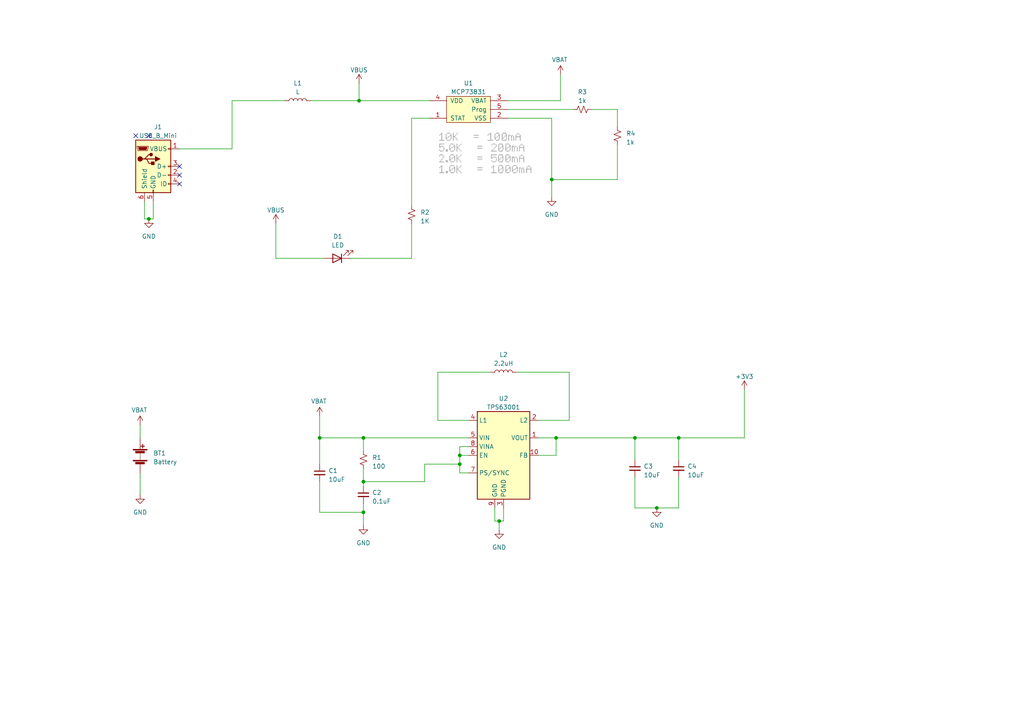
<source format=kicad_sch>
(kicad_sch (version 20210406) (generator eeschema)
  (paper "A4")
  (title_block (title "quadkey") (date "2021-05-17") (rev "V0") (company "eurocircuits ") (comment 1 "bopla behuizing 34111511"))
  (lib_symbols
    (symbol "Connector:USB_B_Mini" (pin_names (offset 1.016))
      (property "Reference" "J" (at -5.08 11.43 0))
      (property "Value" "USB_B_Mini" (at -5.08 8.89 0))
      (symbol "USB_B_Mini_0_1"
        (circle (center -3.81 2.159) (radius 0.635) (stroke (width 0.254)) (fill (type outline)))
        (circle (center -0.635 3.429) (radius 0.381) (stroke (width 0.254)) (fill (type outline)))
        (rectangle (start -0.127 -7.62) (end 0.127 -6.858))
        (rectangle (start 5.08 -5.207) (end 4.318 -4.953))
        (rectangle (start 5.08 -2.667) (end 4.318 -2.413))
        (rectangle (start 5.08 -0.127) (end 4.318 0.127))
        (rectangle (start 5.08 4.953) (end 4.318 5.207))
        (rectangle (start 0.254 1.27) (end -0.508 0.508) (stroke (width 0.254)) (fill (type outline)))
        (rectangle (start -5.08 -7.62) (end 5.08 7.62) (stroke (width 0.254)) (fill (type background)))
        (polyline (pts (xy -1.905 2.159) (xy 0.635 2.159)) (stroke (width 0.254)))
        (polyline (pts (xy -3.175 2.159) (xy -2.54 2.159) (xy -1.27 3.429) (xy -0.635 3.429)) (stroke (width 0.254)))
        (polyline (pts (xy -2.54 2.159) (xy -1.905 2.159) (xy -1.27 0.889) (xy 0 0.889)) (stroke (width 0.254)))
        (polyline (pts (xy -4.699 5.842) (xy -4.699 5.588) (xy -4.445 4.826) (xy -4.445 4.572) (xy -1.651 4.572) (xy -1.651 4.826) (xy -1.397 5.588) (xy -1.397 5.842) (xy -4.699 5.842)))
        (polyline (pts (xy 0.635 2.794) (xy 0.635 1.524) (xy 1.905 2.159) (xy 0.635 2.794)) (stroke (width 0.254)) (fill (type outline)))
        (polyline (pts (xy -4.318 5.588) (xy -1.778 5.588) (xy -2.032 4.826) (xy -4.064 4.826) (xy -4.318 5.588)) (fill (type outline)))
      )
      (symbol "USB_B_Mini_1_1"
        (pin power_out line (at 7.62 5.08 180) (length 2.54) (name "VBUS") (number "1"))
        (pin passive line (at 7.62 -2.54 180) (length 2.54) (name "D-") (number "2"))
        (pin passive line (at 7.62 0 180) (length 2.54) (name "D+") (number "3"))
        (pin passive line (at 7.62 -5.08 180) (length 2.54) (name "ID") (number "4"))
        (pin power_out line (at 0 -10.16 90) (length 2.54) (name "GND") (number "5"))
        (pin passive line (at -2.54 -10.16 90) (length 2.54) (name "Shield") (number "6"))
      )
    )
    (symbol "Device:Battery" (pin_numbers hide) (pin_names (offset 0) hide)
      (property "Reference" "BT" (at 2.54 2.54 0))
      (property "Value" "Battery" (at 2.54 0 0))
      (symbol "Battery_0_1"
        (rectangle (start -2.032 -1.397) (end 2.032 -1.651) (fill (type outline)))
        (rectangle (start -2.032 1.778) (end 2.032 1.524) (fill (type outline)))
        (rectangle (start -1.3208 -1.9812) (end 1.27 -2.4892) (fill (type outline)))
        (rectangle (start -1.3208 1.1938) (end 1.27 0.6858) (fill (type outline)))
        (polyline (pts (xy 0 -1.524) (xy 0 -1.27)))
        (polyline (pts (xy 0 -1.016) (xy 0 -0.762)))
        (polyline (pts (xy 0 -0.508) (xy 0 -0.254)))
        (polyline (pts (xy 0 0) (xy 0 0.254)))
        (polyline (pts (xy 0 0.508) (xy 0 0.762)))
        (polyline (pts (xy 0 1.778) (xy 0 2.54)))
        (polyline (pts (xy 0.254 2.667) (xy 1.27 2.667)) (stroke (width 0.254)))
        (polyline (pts (xy 0.762 3.175) (xy 0.762 2.159)) (stroke (width 0.254)))
      )
      (symbol "Battery_1_1"
        (pin passive line (at 0 5.08 270) (length 2.54) (name "+") (number "1"))
        (pin passive line (at 0 -5.08 90) (length 2.54) (name "-") (number "2"))
      )
    )
    (symbol "Device:C_Small" (pin_numbers hide) (pin_names (offset 0.254) hide)
      (property "Reference" "C" (at 0.254 1.778 0))
      (property "Value" "C_Small" (at 0.254 -2.032 0))
      (symbol "C_Small_0_1"
        (polyline (pts (xy -1.524 -0.508) (xy 1.524 -0.508)) (stroke (width 0.3302)))
        (polyline (pts (xy -1.524 0.508) (xy 1.524 0.508)) (stroke (width 0.3048)))
      )
      (symbol "C_Small_1_1"
        (pin passive line (at 0 2.54 270) (length 2.032) (name "~") (number "1"))
        (pin passive line (at 0 -2.54 90) (length 2.032) (name "~") (number "2"))
      )
    )
    (symbol "Device:L" (pin_numbers hide) (pin_names (offset 1.016) hide)
      (property "Reference" "L" (at -1.27 0 90))
      (property "Value" "L" (at 1.905 0 90))
      (symbol "L_0_1"
        (arc (start 0 -2.54) (end 0 -1.27) (radius (at 0 -1.905) (length 0.635) (angles -89.9 89.9)))
        (arc (start 0 -1.27) (end 0 0) (radius (at 0 -0.635) (length 0.635) (angles -89.9 89.9)))
        (arc (start 0 0) (end 0 1.27) (radius (at 0 0.635) (length 0.635) (angles -89.9 89.9)))
        (arc (start 0 1.27) (end 0 2.54) (radius (at 0 1.905) (length 0.635) (angles -89.9 89.9)))
      )
      (symbol "L_1_1"
        (pin passive line (at 0 3.81 270) (length 1.27) (name "1") (number "1"))
        (pin passive line (at 0 -3.81 90) (length 1.27) (name "2") (number "2"))
      )
    )
    (symbol "Device:LED" (pin_numbers hide) (pin_names (offset 1.016) hide)
      (property "Reference" "D" (at 0 2.54 0))
      (property "Value" "LED" (at 0 -2.54 0))
      (symbol "LED_0_1"
        (polyline (pts (xy -1.27 -1.27) (xy -1.27 1.27)) (stroke (width 0.254)))
        (polyline (pts (xy -1.27 0) (xy 1.27 0)))
        (polyline (pts (xy 1.27 -1.27) (xy 1.27 1.27) (xy -1.27 0) (xy 1.27 -1.27)) (stroke (width 0.254)))
        (polyline (pts (xy -3.048 -0.762) (xy -4.572 -2.286) (xy -3.81 -2.286) (xy -4.572 -2.286) (xy -4.572 -1.524)))
        (polyline (pts (xy -1.778 -0.762) (xy -3.302 -2.286) (xy -2.54 -2.286) (xy -3.302 -2.286) (xy -3.302 -1.524)))
      )
      (symbol "LED_1_1"
        (pin passive line (at -3.81 0 0) (length 2.54) (name "K") (number "1"))
        (pin passive line (at 3.81 0 180) (length 2.54) (name "A") (number "2"))
      )
    )
    (symbol "Device:R_Small_US" (pin_numbers hide) (pin_names (offset 0.254) hide)
      (property "Reference" "R" (at 0.762 0.508 0))
      (property "Value" "R_Small_US" (at 0.762 -1.016 0))
      (symbol "R_Small_US_1_1"
        (polyline (pts (xy 0 0) (xy 1.016 -0.381) (xy 0 -0.762) (xy -1.016 -1.143) (xy 0 -1.524)))
        (polyline (pts (xy 0 1.524) (xy 1.016 1.143) (xy 0 0.762) (xy -1.016 0.381) (xy 0 0)))
        (pin passive line (at 0 2.54 270) (length 1.016) (name "~") (number "1"))
        (pin passive line (at 0 -2.54 90) (length 1.016) (name "~") (number "2"))
      )
    )
    (symbol "Halfgelijders:MCP73831" (pin_names (offset 1.016))
      (property "Reference" "U" (at 8.89 5.08 0))
      (property "Value" "MCP73831" (at 10.16 10.16 0))
      (symbol "MCP73831_0_1"
        (rectangle (start 5.08 8.89) (end 17.78 1.27) (fill (type background)))
      )
      (symbol "MCP73831_1_1"
        (pin passive line (at 0 2.54 0) (length 5.08) (name "STAT") (number "1"))
        (pin passive line (at 22.86 2.54 180) (length 5.08) (name "VSS") (number "2"))
        (pin input line (at 22.86 7.62 180) (length 5.08) (name "VBAT") (number "3"))
        (pin passive line (at 0 7.62 0) (length 5.08) (name "VDD") (number "4"))
        (pin passive line (at 22.86 5.08 180) (length 5.08) (name "Prog") (number "5"))
      )
    )
    (symbol "Regulator_Switching:TPS63001"
      (property "Reference" "U" (at -7.62 13.97 0))
      (property "Value" "TPS63001" (at 5.08 13.97 0))
      (symbol "TPS63001_0_1"
        (rectangle (start -7.62 12.7) (end 7.62 -12.7) (stroke (width 0.254)) (fill (type background)))
      )
      (symbol "TPS63001_1_1"
        (pin power_out line (at 10.16 5.08 180) (length 2.54) (name "VOUT") (number "1"))
        (pin input line (at 10.16 0 180) (length 2.54) (name "FB") (number "10"))
        (pin passive line (at 0 -15.24 90) (length 2.54) hide (name "PGND") (number "11"))
        (pin input line (at 10.16 10.16 180) (length 2.54) (name "L2") (number "2"))
        (pin power_in line (at 0 -15.24 90) (length 2.54) (name "PGND") (number "3"))
        (pin input line (at -10.16 10.16 0) (length 2.54) (name "L1") (number "4"))
        (pin power_in line (at -10.16 5.08 0) (length 2.54) (name "VIN") (number "5"))
        (pin input line (at -10.16 0 0) (length 2.54) (name "EN") (number "6"))
        (pin input line (at -10.16 -5.08 0) (length 2.54) (name "PS/SYNC") (number "7"))
        (pin power_in line (at -10.16 2.54 0) (length 2.54) (name "VINA") (number "8"))
        (pin power_in line (at -2.54 -15.24 90) (length 2.54) (name "GND") (number "9"))
      )
    )
    (symbol "power:+3V3" (power) (pin_names (offset 0))
      (property "Value" "+3V3" (at 0 3.556 0))
      (symbol "+3V3_0_1"
        (polyline (pts (xy -0.762 1.27) (xy 0 2.54)))
        (polyline (pts (xy 0 0) (xy 0 2.54)))
        (polyline (pts (xy 0 2.54) (xy 0.762 1.27)))
      )
      (symbol "+3V3_1_1"
        (pin power_in line (at 0 0 90) (length 0) hide (name "+3V3") (number "1"))
      )
    )
    (symbol "power:GND" (power) (pin_names (offset 0))
      (property "Value" "GND" (at 0 -3.81 0))
      (symbol "GND_0_1"
        (polyline (pts (xy 0 0) (xy 0 -1.27) (xy 1.27 -1.27) (xy 0 -2.54) (xy -1.27 -1.27) (xy 0 -1.27)))
      )
      (symbol "GND_1_1"
        (pin power_in line (at 0 0 270) (length 0) hide (name "GND") (number "1"))
      )
    )
    (symbol "power:VBUS" (power) (pin_names (offset 0))
      (property "Value" "VBUS" (at 0 3.81 0))
      (symbol "VBUS_0_1"
        (polyline (pts (xy -0.762 1.27) (xy 0 2.54)))
        (polyline (pts (xy 0 0) (xy 0 2.54)))
        (polyline (pts (xy 0 2.54) (xy 0.762 1.27)))
      )
      (symbol "VBUS_1_1"
        (pin power_in line (at 0 0 90) (length 0) hide (name "VBUS") (number "1"))
      )
    )
    (symbol "power:vbat" (power) (in_bom no) (on_board no)
      (property "Value" "vbat" (at 3.81 2.54 0))
      (symbol "vbat_0_1"
        (polyline (pts (xy -0.762 1.27) (xy 0 2.54)))
        (polyline (pts (xy 0 0) (xy 0 2.54)))
        (polyline (pts (xy 0 2.54) (xy 0.762 1.27)))
      )
      (symbol "vbat_1_1"
        (pin power_in line (at 0 0 90) (length 0) hide (name "VBAT") (number "1"))
      )
    )
  )
  (junction (at 43.18 63.5) (diameter 0.9144))
  (junction (at 92.71 127) (diameter 0.9144))
  (junction (at 104.14 29.21) (diameter 0.9144))
  (junction (at 105.41 127) (diameter 0.9144))
  (junction (at 105.41 139.7) (diameter 0.9144))
  (junction (at 105.41 148.59) (diameter 0.9144))
  (junction (at 133.35 132.08) (diameter 0.9144))
  (junction (at 133.35 134.62) (diameter 0.9144))
  (junction (at 144.78 151.13) (diameter 0.9144))
  (junction (at 160.02 52.07) (diameter 0.9144))
  (junction (at 161.29 127) (diameter 0.9144))
  (junction (at 184.15 127) (diameter 0.9144))
  (junction (at 190.5 147.32) (diameter 0.9144))
  (junction (at 196.85 127) (diameter 0.9144))
  (no_connect (at 39.37 39.37))
  (no_connect (at 43.18 39.37))
  (no_connect (at 52.07 48.26))
  (no_connect (at 52.07 50.8))
  (no_connect (at 52.07 53.34))
  (wire (pts (xy 40.64 123.19) (xy 40.64 127)))
  (wire (pts (xy 40.64 137.16) (xy 40.64 143.51)))
  (wire (pts (xy 41.91 63.5) (xy 41.91 58.42)))
  (wire (pts (xy 43.18 63.5) (xy 41.91 63.5)))
  (wire (pts (xy 44.45 58.42) (xy 44.45 63.5)))
  (wire (pts (xy 44.45 63.5) (xy 43.18 63.5)))
  (wire (pts (xy 67.31 29.21) (xy 67.31 43.18)))
  (wire (pts (xy 67.31 29.21) (xy 82.55 29.21)))
  (wire (pts (xy 67.31 43.18) (xy 52.07 43.18)))
  (wire (pts (xy 80.01 64.77) (xy 80.01 74.93)))
  (wire (pts (xy 80.01 74.93) (xy 93.98 74.93)))
  (wire (pts (xy 90.17 29.21) (xy 104.14 29.21)))
  (wire (pts (xy 92.71 120.65) (xy 92.71 127)))
  (wire (pts (xy 92.71 127) (xy 92.71 134.62)))
  (wire (pts (xy 92.71 127) (xy 105.41 127)))
  (wire (pts (xy 92.71 148.59) (xy 92.71 139.7)))
  (wire (pts (xy 101.6 74.93) (xy 119.38 74.93)))
  (wire (pts (xy 104.14 24.13) (xy 104.14 29.21)))
  (wire (pts (xy 104.14 29.21) (xy 124.46 29.21)))
  (wire (pts (xy 105.41 127) (xy 105.41 130.81)))
  (wire (pts (xy 105.41 127) (xy 135.89 127)))
  (wire (pts (xy 105.41 135.89) (xy 105.41 139.7)))
  (wire (pts (xy 105.41 139.7) (xy 105.41 140.97)))
  (wire (pts (xy 105.41 139.7) (xy 123.19 139.7)))
  (wire (pts (xy 105.41 146.05) (xy 105.41 148.59)))
  (wire (pts (xy 105.41 148.59) (xy 92.71 148.59)))
  (wire (pts (xy 105.41 148.59) (xy 105.41 152.4)))
  (wire (pts (xy 119.38 34.29) (xy 119.38 59.69)))
  (wire (pts (xy 119.38 34.29) (xy 124.46 34.29)))
  (wire (pts (xy 119.38 64.77) (xy 119.38 74.93)))
  (wire (pts (xy 123.19 134.62) (xy 133.35 134.62)))
  (wire (pts (xy 123.19 139.7) (xy 123.19 134.62)))
  (wire (pts (xy 127 107.95) (xy 127 121.92)))
  (wire (pts (xy 127 121.92) (xy 135.89 121.92)))
  (wire (pts (xy 133.35 129.54) (xy 133.35 132.08)))
  (wire (pts (xy 133.35 132.08) (xy 133.35 134.62)))
  (wire (pts (xy 133.35 132.08) (xy 135.89 132.08)))
  (wire (pts (xy 133.35 134.62) (xy 133.35 137.16)))
  (wire (pts (xy 133.35 137.16) (xy 135.89 137.16)))
  (wire (pts (xy 135.89 129.54) (xy 133.35 129.54)))
  (wire (pts (xy 142.24 107.95) (xy 127 107.95)))
  (wire (pts (xy 143.51 147.32) (xy 143.51 151.13)))
  (wire (pts (xy 144.78 151.13) (xy 143.51 151.13)))
  (wire (pts (xy 144.78 151.13) (xy 146.05 151.13)))
  (wire (pts (xy 144.78 153.67) (xy 144.78 151.13)))
  (wire (pts (xy 146.05 147.32) (xy 146.05 151.13)))
  (wire (pts (xy 147.32 29.21) (xy 162.56 29.21)))
  (wire (pts (xy 147.32 31.75) (xy 166.37 31.75)))
  (wire (pts (xy 149.86 107.95) (xy 165.1 107.95)))
  (wire (pts (xy 156.21 121.92) (xy 165.1 121.92)))
  (wire (pts (xy 156.21 127) (xy 161.29 127)))
  (wire (pts (xy 156.21 132.08) (xy 161.29 132.08)))
  (wire (pts (xy 160.02 34.29) (xy 147.32 34.29)))
  (wire (pts (xy 160.02 52.07) (xy 160.02 34.29)))
  (wire (pts (xy 160.02 57.15) (xy 160.02 52.07)))
  (wire (pts (xy 161.29 127) (xy 184.15 127)))
  (wire (pts (xy 161.29 132.08) (xy 161.29 127)))
  (wire (pts (xy 162.56 21.59) (xy 162.56 29.21)))
  (wire (pts (xy 165.1 107.95) (xy 165.1 121.92)))
  (wire (pts (xy 171.45 31.75) (xy 179.07 31.75)))
  (wire (pts (xy 179.07 31.75) (xy 179.07 36.83)))
  (wire (pts (xy 179.07 41.91) (xy 179.07 52.07)))
  (wire (pts (xy 179.07 52.07) (xy 160.02 52.07)))
  (wire (pts (xy 184.15 127) (xy 184.15 133.35)))
  (wire (pts (xy 184.15 127) (xy 196.85 127)))
  (wire (pts (xy 184.15 147.32) (xy 184.15 138.43)))
  (wire (pts (xy 190.5 147.32) (xy 184.15 147.32)))
  (wire (pts (xy 190.5 147.32) (xy 196.85 147.32)))
  (wire (pts (xy 196.85 127) (xy 196.85 133.35)))
  (wire (pts (xy 196.85 127) (xy 215.9 127)))
  (wire (pts (xy 196.85 147.32) (xy 196.85 138.43)))
  (wire (pts (xy 215.9 113.03) (xy 215.9 127)))
  (image (at 140.97 45.72) (scale 2.46574))
  (symbol (lib_id "power:vbat") (at 40.64 123.19 0) (unit 1) (in_bom no) (on_board no)
    (property "Reference" "#vbat0101" (effects hide))
    (property "Value" "vbat" (at 38.1 118.9354 0) (effects (justify left)))
  )
  (symbol (lib_id "power:VBUS") (at 80.01 64.77 0) (unit 1)
    (property "Reference" "#PWR0101" (effects hide))
    (property "Value" "VBUS" (at 80.01 60.96 0))
  )
  (symbol (lib_id "power:vbat") (at 92.71 120.65 0) (unit 1) (in_bom no) (on_board no)
    (property "Reference" "#vbat0102" (effects hide))
    (property "Value" "vbat" (at 90.17 116.3954 0) (effects (justify left)))
  )
  (symbol (lib_id "power:VBUS") (at 104.14 24.13 0) (unit 1)
    (property "Reference" "#PWR0103" (effects hide))
    (property "Value" "VBUS" (at 104.14 20.32 0))
  )
  (symbol (lib_id "power:vbat") (at 162.56 21.59 0) (unit 1) (in_bom no) (on_board no)
    (property "Reference" "#vbat0103" (effects hide))
    (property "Value" "vbat" (at 160.02 17.3354 0) (effects (justify left)))
  )
  (symbol (lib_id "power:+3V3") (at 215.9 113.03 0) (unit 1)
    (property "Reference" "#PWR0109" (effects hide))
    (property "Value" "+3V3" (at 215.9 109.22 0))
  )
  (symbol (lib_id "power:GND") (at 40.64 143.51 0) (unit 1)
    (property "Reference" "#PWR0121" (effects hide))
    (property "Value" "GND" (at 40.64 148.59 0))
  )
  (symbol (lib_id "power:GND") (at 43.18 63.5 0) (unit 1)
    (property "Reference" "#PWR0104" (effects hide))
    (property "Value" "GND" (at 43.18 68.58 0))
  )
  (symbol (lib_id "power:GND") (at 105.41 152.4 0) (unit 1)
    (property "Reference" "#PWR0106" (effects hide))
    (property "Value" "GND" (at 105.41 157.48 0))
  )
  (symbol (lib_id "power:GND") (at 144.78 153.67 0) (unit 1)
    (property "Reference" "#PWR0107" (effects hide))
    (property "Value" "GND" (at 144.78 158.75 0))
  )
  (symbol (lib_id "power:GND") (at 160.02 57.15 0) (unit 1)
    (property "Reference" "#PWR0108" (effects hide))
    (property "Value" "GND" (at 160.02 62.23 0))
  )
  (symbol (lib_id "power:GND") (at 190.5 147.32 0) (unit 1)
    (property "Reference" "#PWR0110" (effects hide))
    (property "Value" "GND" (at 190.5 152.4 0))
  )
  (symbol (lib_id "Device:L") (at 86.36 29.21 90) (unit 1)
    (property "Reference" "L1" (at 86.36 24.13 90))
    (property "Value" "L" (at 86.36 26.67 90))
    (property "Footprint" "vanalles:0603RL" (effects hide))
    (property "comment " "ferite bead" (effects hide))
  )
  (symbol (lib_id "Device:L") (at 146.05 107.95 90) (unit 1)
    (property "Reference" "L2" (at 146.05 102.87 90))
    (property "Value" "2.2uH" (at 146.05 105.41 90))
    (property "Footprint" "vanalles:WURTH_744025001" (effects hide))
  )
  (symbol (lib_id "Device:R_Small_US") (at 105.41 133.35 180) (unit 1)
    (property "Reference" "R1" (at 107.95 132.7149 0) (effects (justify right)))
    (property "Value" "100" (at 107.95 135.2549 0) (effects (justify right)))
    (property "Footprint" "vanalles:0603RL" (effects hide))
  )
  (symbol (lib_id "Device:R_Small_US") (at 119.38 62.23 0) (unit 1)
    (property "Reference" "R2" (at 121.92 61.5949 0) (effects (justify left)))
    (property "Value" "1K" (at 121.92 64.1349 0) (effects (justify left)))
    (property "Footprint" "vanalles:0603RL" (effects hide))
  )
  (symbol (lib_id "Device:R_Small_US") (at 168.91 31.75 90) (unit 1)
    (property "Reference" "R3" (at 168.91 26.67 90))
    (property "Value" "1k" (at 168.91 29.21 90))
    (property "Footprint" "vanalles:0603RL" (effects hide))
  )
  (symbol (lib_id "Device:R_Small_US") (at 179.07 39.37 180) (unit 1)
    (property "Reference" "R4" (at 181.61 38.7349 0) (effects (justify right)))
    (property "Value" "1k" (at 181.61 41.2749 0) (effects (justify right)))
    (property "Footprint" "vanalles:0603RL" (effects hide))
  )
  (symbol (lib_id "Device:C_Small") (at 92.71 137.16 0) (unit 1)
    (property "Reference" "C1" (at 95.25 136.5249 0) (effects (justify left)))
    (property "Value" "10uF" (at 95.25 139.0649 0) (effects (justify left)))
    (property "Footprint" "vanalles:0603" (effects hide))
  )
  (symbol (lib_id "Device:C_Small") (at 105.41 143.51 0) (unit 1)
    (property "Reference" "C2" (at 107.95 142.8749 0) (effects (justify left)))
    (property "Value" "0.1uF" (at 107.95 145.4149 0) (effects (justify left)))
    (property "Footprint" "vanalles:0603" (effects hide))
  )
  (symbol (lib_id "Device:C_Small") (at 184.15 135.89 0) (unit 1)
    (property "Reference" "C3" (at 186.69 135.2549 0) (effects (justify left)))
    (property "Value" "10uF" (at 186.69 137.7949 0) (effects (justify left)))
    (property "Footprint" "vanalles:0603" (effects hide))
  )
  (symbol (lib_id "Device:C_Small") (at 196.85 135.89 0) (unit 1)
    (property "Reference" "C4" (at 199.39 135.2549 0) (effects (justify left)))
    (property "Value" "10uF" (at 199.39 137.7949 0) (effects (justify left)))
    (property "Footprint" "vanalles:0603" (effects hide))
  )
  (symbol (lib_id "Device:LED") (at 97.79 74.93 180) (unit 1)
    (property "Reference" "D1" (at 97.9805 68.58 0))
    (property "Value" "LED" (at 97.9805 71.12 0))
    (property "Footprint" "halfgeleiders:led0603" (effects hide))
  )
  (symbol (lib_id "Device:Battery") (at 40.64 132.08 0) (unit 1)
    (property "Reference" "BT1" (at 44.45 131.4449 0) (effects (justify left)))
    (property "Value" "Battery" (at 44.45 133.9849 0) (effects (justify left)))
    (property "Footprint" "connectors_user:jst 2 pin" (effects hide))
  )
  (symbol (lib_id "Halfgelijders:MCP73831") (at 124.46 36.83 0) (unit 1)
    (property "Reference" "U1" (at 135.89 24.13 0))
    (property "Value" "MCP73831" (at 135.89 26.67 0))
    (property "Footprint" "halfgeleiders:SOT-25" (effects hide))
  )
  (symbol (lib_id "Connector:USB_B_Mini") (at 44.45 48.26 0) (unit 1)
    (property "Reference" "J1" (at 45.847 36.83 0))
    (property "Value" "USB_B_Mini" (at 45.847 39.37 0))
    (property "Footprint" "connectors_user:AMPHENOL_10118192-0001LF" (effects hide))
  )
  (symbol (lib_id "Regulator_Switching:TPS63001") (at 146.05 132.08 0) (unit 1)
    (property "Reference" "U2" (at 146.05 115.57 0))
    (property "Value" "TPS63001" (at 146.05 118.11 0))
    (property "Footprint" "halfgeleiders:SON50P300X300X100-11N" (effects hide))
    (property "Datasheet" "http://www.ti.com/lit/ds/symlink/tps63000.pdf" (effects hide))
  )
)
</source>
